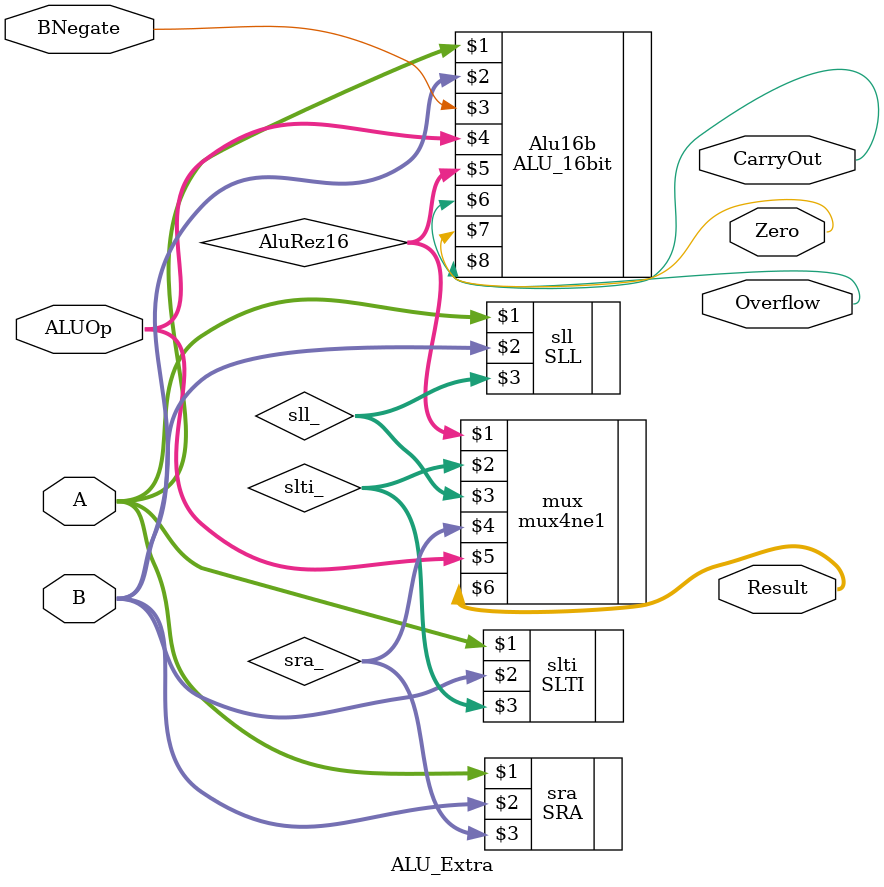
<source format=v>
`timescale 1ns / 1ps


module ALU_Extra(
    input [15:0] A,
    input [15:0] B, 
    input BNegate,
    input [1:0] ALUOp,
    output [15:0] Result,
    output CarryOut,
    output Zero,
    output Overflow
    );
    
    wire[15:0] AluRez16;
    wire[15:0] slti_;
    wire[15:0] sll_;
    wire[15:0] sra_;
    
    ALU_16bit Alu16b(A, B, BNegate, ALUOp, AluRez16, CarryOut, Zero, Overflow);
    
    SLL sll(A,B,sll_);
    SRA sra(A,B,sra_);
    SLTI slti(A,B,slti_);
    
    mux4ne1 mux(AluRez16, slti_, sll_, sra_, ALUOp, Result);
    
endmodule


</source>
